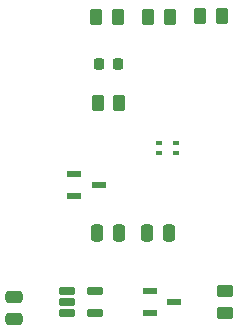
<source format=gbr>
%TF.GenerationSoftware,KiCad,Pcbnew,7.0.9*%
%TF.CreationDate,2024-04-09T01:08:52-04:00*%
%TF.ProjectId,WIRED_SHT40_revA3,57495245-445f-4534-9854-34305f726576,revA3*%
%TF.SameCoordinates,Original*%
%TF.FileFunction,Paste,Top*%
%TF.FilePolarity,Positive*%
%FSLAX46Y46*%
G04 Gerber Fmt 4.6, Leading zero omitted, Abs format (unit mm)*
G04 Created by KiCad (PCBNEW 7.0.9) date 2024-04-09 01:08:52*
%MOMM*%
%LPD*%
G01*
G04 APERTURE LIST*
G04 Aperture macros list*
%AMRoundRect*
0 Rectangle with rounded corners*
0 $1 Rounding radius*
0 $2 $3 $4 $5 $6 $7 $8 $9 X,Y pos of 4 corners*
0 Add a 4 corners polygon primitive as box body*
4,1,4,$2,$3,$4,$5,$6,$7,$8,$9,$2,$3,0*
0 Add four circle primitives for the rounded corners*
1,1,$1+$1,$2,$3*
1,1,$1+$1,$4,$5*
1,1,$1+$1,$6,$7*
1,1,$1+$1,$8,$9*
0 Add four rect primitives between the rounded corners*
20,1,$1+$1,$2,$3,$4,$5,0*
20,1,$1+$1,$4,$5,$6,$7,0*
20,1,$1+$1,$6,$7,$8,$9,0*
20,1,$1+$1,$8,$9,$2,$3,0*%
G04 Aperture macros list end*
%ADD10RoundRect,0.250000X-0.250000X-0.475000X0.250000X-0.475000X0.250000X0.475000X-0.250000X0.475000X0*%
%ADD11RoundRect,0.250000X-0.262500X-0.450000X0.262500X-0.450000X0.262500X0.450000X-0.262500X0.450000X0*%
%ADD12RoundRect,0.250000X0.475000X-0.250000X0.475000X0.250000X-0.475000X0.250000X-0.475000X-0.250000X0*%
%ADD13R,1.300000X0.600000*%
%ADD14RoundRect,0.250000X0.450000X-0.262500X0.450000X0.262500X-0.450000X0.262500X-0.450000X-0.262500X0*%
%ADD15RoundRect,0.218750X-0.218750X-0.256250X0.218750X-0.256250X0.218750X0.256250X-0.218750X0.256250X0*%
%ADD16RoundRect,0.060000X-0.615000X0.240000X-0.615000X-0.240000X0.615000X-0.240000X0.615000X0.240000X0*%
%ADD17R,0.500000X0.300000*%
G04 APERTURE END LIST*
D10*
%TO.C,C3*%
X151958000Y-101600000D03*
X153858000Y-101600000D03*
%TD*%
D11*
%TO.C,R3*%
X147677500Y-83312000D03*
X149502500Y-83312000D03*
%TD*%
%TO.C,R1*%
X147775000Y-90600000D03*
X149600000Y-90600000D03*
%TD*%
D12*
%TO.C,C1*%
X140716000Y-108900000D03*
X140716000Y-107000000D03*
%TD*%
D13*
%TO.C,Q1*%
X145762000Y-96586000D03*
X145762000Y-98486000D03*
X147862000Y-97536000D03*
%TD*%
D14*
%TO.C,R5*%
X158562000Y-108354500D03*
X158562000Y-106529500D03*
%TD*%
D11*
%TO.C,R4*%
X152041500Y-83312000D03*
X153866500Y-83312000D03*
%TD*%
D10*
%TO.C,C2*%
X147706000Y-101600000D03*
X149606000Y-101600000D03*
%TD*%
D15*
%TO.C,D1*%
X147900000Y-87298000D03*
X149475000Y-87298000D03*
%TD*%
D11*
%TO.C,R2*%
X156450200Y-83245600D03*
X158275200Y-83245600D03*
%TD*%
D16*
%TO.C,U1*%
X145185000Y-106492000D03*
X145185000Y-107442000D03*
X145185000Y-108392000D03*
X147555000Y-108392000D03*
X147555000Y-106492000D03*
%TD*%
D17*
%TO.C,U2*%
X153004000Y-94021900D03*
X153004000Y-94821900D03*
X154404000Y-94821900D03*
X154404000Y-94021900D03*
%TD*%
D13*
%TO.C,Q2*%
X152178000Y-106492000D03*
X152178000Y-108392000D03*
X154278000Y-107442000D03*
%TD*%
M02*

</source>
